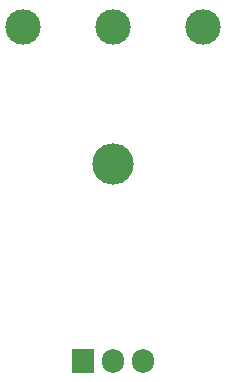
<source format=gbr>
%TF.GenerationSoftware,KiCad,Pcbnew,7.0.2*%
%TF.CreationDate,2023-05-24T19:56:16+02:00*%
%TF.ProjectId,Einschaltstrombegrenzung,45696e73-6368-4616-9c74-7374726f6d62,rev?*%
%TF.SameCoordinates,Original*%
%TF.FileFunction,Soldermask,Bot*%
%TF.FilePolarity,Negative*%
%FSLAX46Y46*%
G04 Gerber Fmt 4.6, Leading zero omitted, Abs format (unit mm)*
G04 Created by KiCad (PCBNEW 7.0.2) date 2023-05-24 19:56:16*
%MOMM*%
%LPD*%
G01*
G04 APERTURE LIST*
%ADD10C,3.000000*%
%ADD11O,3.500000X3.500000*%
%ADD12R,1.905000X2.000000*%
%ADD13O,1.905000X2.000000*%
G04 APERTURE END LIST*
D10*
%TO.C,J2*%
X144780000Y-74930000D03*
X137160000Y-74930000D03*
X129540000Y-74930000D03*
%TD*%
D11*
%TO.C,Q1*%
X137160000Y-86550000D03*
D12*
X134620000Y-103210000D03*
D13*
X137160000Y-103210000D03*
X139700000Y-103210000D03*
%TD*%
M02*

</source>
